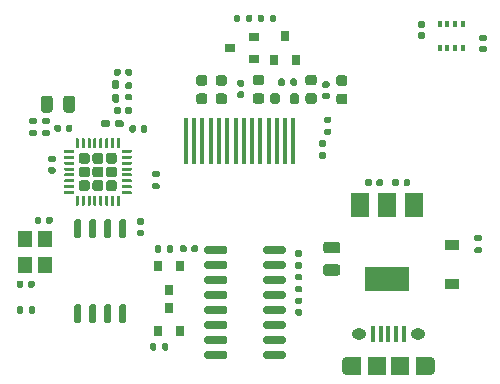
<source format=gbr>
%TF.GenerationSoftware,KiCad,Pcbnew,(5.1.7-0-10_14)*%
%TF.CreationDate,2020-11-27T19:57:41+01:00*%
%TF.ProjectId,AtmoNode,41746d6f-4e6f-4646-952e-6b696361645f,rev?*%
%TF.SameCoordinates,Original*%
%TF.FileFunction,Paste,Bot*%
%TF.FilePolarity,Positive*%
%FSLAX46Y46*%
G04 Gerber Fmt 4.6, Leading zero omitted, Abs format (unit mm)*
G04 Created by KiCad (PCBNEW (5.1.7-0-10_14)) date 2020-11-27 19:57:41*
%MOMM*%
%LPD*%
G01*
G04 APERTURE LIST*
%ADD10R,0.350000X0.500000*%
%ADD11R,0.800000X0.900000*%
%ADD12R,0.350000X4.000000*%
%ADD13R,1.200000X1.400000*%
%ADD14R,0.900000X0.800000*%
%ADD15R,1.500000X2.000000*%
%ADD16R,3.800000X2.000000*%
%ADD17O,1.250000X0.950000*%
%ADD18R,1.200000X1.550000*%
%ADD19O,0.890000X1.550000*%
%ADD20R,1.500000X1.550000*%
%ADD21R,0.400000X1.350000*%
%ADD22R,1.200000X0.900000*%
G04 APERTURE END LIST*
%TO.C,R12*%
G36*
G01*
X134250000Y-102775000D02*
X134250000Y-102225000D01*
G75*
G02*
X134450000Y-102025000I200000J0D01*
G01*
X134850000Y-102025000D01*
G75*
G02*
X135050000Y-102225000I0J-200000D01*
G01*
X135050000Y-102775000D01*
G75*
G02*
X134850000Y-102975000I-200000J0D01*
G01*
X134450000Y-102975000D01*
G75*
G02*
X134250000Y-102775000I0J200000D01*
G01*
G37*
G36*
G01*
X132600000Y-102775000D02*
X132600000Y-102225000D01*
G75*
G02*
X132800000Y-102025000I200000J0D01*
G01*
X133200000Y-102025000D01*
G75*
G02*
X133400000Y-102225000I0J-200000D01*
G01*
X133400000Y-102775000D01*
G75*
G02*
X133200000Y-102975000I-200000J0D01*
G01*
X132800000Y-102975000D01*
G75*
G02*
X132600000Y-102775000I0J200000D01*
G01*
G37*
%TD*%
%TO.C,C4*%
G36*
G01*
X137325000Y-116500000D02*
X138275000Y-116500000D01*
G75*
G02*
X138525000Y-116750000I0J-250000D01*
G01*
X138525000Y-117250000D01*
G75*
G02*
X138275000Y-117500000I-250000J0D01*
G01*
X137325000Y-117500000D01*
G75*
G02*
X137075000Y-117250000I0J250000D01*
G01*
X137075000Y-116750000D01*
G75*
G02*
X137325000Y-116500000I250000J0D01*
G01*
G37*
G36*
G01*
X137325000Y-114600000D02*
X138275000Y-114600000D01*
G75*
G02*
X138525000Y-114850000I0J-250000D01*
G01*
X138525000Y-115350000D01*
G75*
G02*
X138275000Y-115600000I-250000J0D01*
G01*
X137325000Y-115600000D01*
G75*
G02*
X137075000Y-115350000I0J250000D01*
G01*
X137075000Y-114850000D01*
G75*
G02*
X137325000Y-114600000I250000J0D01*
G01*
G37*
%TD*%
%TO.C,C14*%
G36*
G01*
X114175000Y-102475000D02*
X114175000Y-103425000D01*
G75*
G02*
X113925000Y-103675000I-250000J0D01*
G01*
X113425000Y-103675000D01*
G75*
G02*
X113175000Y-103425000I0J250000D01*
G01*
X113175000Y-102475000D01*
G75*
G02*
X113425000Y-102225000I250000J0D01*
G01*
X113925000Y-102225000D01*
G75*
G02*
X114175000Y-102475000I0J-250000D01*
G01*
G37*
G36*
G01*
X116075000Y-102475000D02*
X116075000Y-103425000D01*
G75*
G02*
X115825000Y-103675000I-250000J0D01*
G01*
X115325000Y-103675000D01*
G75*
G02*
X115075000Y-103425000I0J250000D01*
G01*
X115075000Y-102475000D01*
G75*
G02*
X115325000Y-102225000I250000J0D01*
G01*
X115825000Y-102225000D01*
G75*
G02*
X116075000Y-102475000I0J-250000D01*
G01*
G37*
%TD*%
%TO.C,L1*%
G36*
G01*
X119340000Y-102062500D02*
X119660000Y-102062500D01*
G75*
G02*
X119820000Y-102222500I0J-160000D01*
G01*
X119820000Y-102667500D01*
G75*
G02*
X119660000Y-102827500I-160000J0D01*
G01*
X119340000Y-102827500D01*
G75*
G02*
X119180000Y-102667500I0J160000D01*
G01*
X119180000Y-102222500D01*
G75*
G02*
X119340000Y-102062500I160000J0D01*
G01*
G37*
G36*
G01*
X119340000Y-100917500D02*
X119660000Y-100917500D01*
G75*
G02*
X119820000Y-101077500I0J-160000D01*
G01*
X119820000Y-101522500D01*
G75*
G02*
X119660000Y-101682500I-160000J0D01*
G01*
X119340000Y-101682500D01*
G75*
G02*
X119180000Y-101522500I0J160000D01*
G01*
X119180000Y-101077500D01*
G75*
G02*
X119340000Y-100917500I160000J0D01*
G01*
G37*
%TD*%
D10*
%TO.C,U5*%
X148875000Y-96175000D03*
X148225000Y-96175000D03*
X147575000Y-96175000D03*
X146925000Y-96175000D03*
X146925000Y-98225000D03*
X147575000Y-98225000D03*
X148225000Y-98225000D03*
X148875000Y-98225000D03*
%TD*%
%TO.C,R11*%
G36*
G01*
X137265000Y-105040000D02*
X137635000Y-105040000D01*
G75*
G02*
X137770000Y-105175000I0J-135000D01*
G01*
X137770000Y-105445000D01*
G75*
G02*
X137635000Y-105580000I-135000J0D01*
G01*
X137265000Y-105580000D01*
G75*
G02*
X137130000Y-105445000I0J135000D01*
G01*
X137130000Y-105175000D01*
G75*
G02*
X137265000Y-105040000I135000J0D01*
G01*
G37*
G36*
G01*
X137265000Y-104020000D02*
X137635000Y-104020000D01*
G75*
G02*
X137770000Y-104155000I0J-135000D01*
G01*
X137770000Y-104425000D01*
G75*
G02*
X137635000Y-104560000I-135000J0D01*
G01*
X137265000Y-104560000D01*
G75*
G02*
X137130000Y-104425000I0J135000D01*
G01*
X137130000Y-104155000D01*
G75*
G02*
X137265000Y-104020000I135000J0D01*
G01*
G37*
%TD*%
%TO.C,R10*%
G36*
G01*
X137185000Y-106560000D02*
X136815000Y-106560000D01*
G75*
G02*
X136680000Y-106425000I0J135000D01*
G01*
X136680000Y-106155000D01*
G75*
G02*
X136815000Y-106020000I135000J0D01*
G01*
X137185000Y-106020000D01*
G75*
G02*
X137320000Y-106155000I0J-135000D01*
G01*
X137320000Y-106425000D01*
G75*
G02*
X137185000Y-106560000I-135000J0D01*
G01*
G37*
G36*
G01*
X137185000Y-107580000D02*
X136815000Y-107580000D01*
G75*
G02*
X136680000Y-107445000I0J135000D01*
G01*
X136680000Y-107175000D01*
G75*
G02*
X136815000Y-107040000I135000J0D01*
G01*
X137185000Y-107040000D01*
G75*
G02*
X137320000Y-107175000I0J-135000D01*
G01*
X137320000Y-107445000D01*
G75*
G02*
X137185000Y-107580000I-135000J0D01*
G01*
G37*
%TD*%
%TO.C,C24*%
G36*
G01*
X150430000Y-98020000D02*
X150770000Y-98020000D01*
G75*
G02*
X150910000Y-98160000I0J-140000D01*
G01*
X150910000Y-98440000D01*
G75*
G02*
X150770000Y-98580000I-140000J0D01*
G01*
X150430000Y-98580000D01*
G75*
G02*
X150290000Y-98440000I0J140000D01*
G01*
X150290000Y-98160000D01*
G75*
G02*
X150430000Y-98020000I140000J0D01*
G01*
G37*
G36*
G01*
X150430000Y-97060000D02*
X150770000Y-97060000D01*
G75*
G02*
X150910000Y-97200000I0J-140000D01*
G01*
X150910000Y-97480000D01*
G75*
G02*
X150770000Y-97620000I-140000J0D01*
G01*
X150430000Y-97620000D01*
G75*
G02*
X150290000Y-97480000I0J140000D01*
G01*
X150290000Y-97200000D01*
G75*
G02*
X150430000Y-97060000I140000J0D01*
G01*
G37*
%TD*%
%TO.C,C20*%
G36*
G01*
X126550000Y-102050000D02*
X127050000Y-102050000D01*
G75*
G02*
X127275000Y-102275000I0J-225000D01*
G01*
X127275000Y-102725000D01*
G75*
G02*
X127050000Y-102950000I-225000J0D01*
G01*
X126550000Y-102950000D01*
G75*
G02*
X126325000Y-102725000I0J225000D01*
G01*
X126325000Y-102275000D01*
G75*
G02*
X126550000Y-102050000I225000J0D01*
G01*
G37*
G36*
G01*
X126550000Y-100500000D02*
X127050000Y-100500000D01*
G75*
G02*
X127275000Y-100725000I0J-225000D01*
G01*
X127275000Y-101175000D01*
G75*
G02*
X127050000Y-101400000I-225000J0D01*
G01*
X126550000Y-101400000D01*
G75*
G02*
X126325000Y-101175000I0J225000D01*
G01*
X126325000Y-100725000D01*
G75*
G02*
X126550000Y-100500000I225000J0D01*
G01*
G37*
%TD*%
%TO.C,L2*%
G36*
G01*
X119037500Y-104440000D02*
X119037500Y-104760000D01*
G75*
G02*
X118877500Y-104920000I-160000J0D01*
G01*
X118432500Y-104920000D01*
G75*
G02*
X118272500Y-104760000I0J160000D01*
G01*
X118272500Y-104440000D01*
G75*
G02*
X118432500Y-104280000I160000J0D01*
G01*
X118877500Y-104280000D01*
G75*
G02*
X119037500Y-104440000I0J-160000D01*
G01*
G37*
G36*
G01*
X120182500Y-104440000D02*
X120182500Y-104760000D01*
G75*
G02*
X120022500Y-104920000I-160000J0D01*
G01*
X119577500Y-104920000D01*
G75*
G02*
X119417500Y-104760000I0J160000D01*
G01*
X119417500Y-104440000D01*
G75*
G02*
X119577500Y-104280000I160000J0D01*
G01*
X120022500Y-104280000D01*
G75*
G02*
X120182500Y-104440000I0J-160000D01*
G01*
G37*
%TD*%
D11*
%TO.C,Q2*%
X124000000Y-120200000D03*
X123050000Y-122200000D03*
X124950000Y-122200000D03*
%TD*%
%TO.C,C15*%
G36*
G01*
X121430000Y-113580000D02*
X121770000Y-113580000D01*
G75*
G02*
X121910000Y-113720000I0J-140000D01*
G01*
X121910000Y-114000000D01*
G75*
G02*
X121770000Y-114140000I-140000J0D01*
G01*
X121430000Y-114140000D01*
G75*
G02*
X121290000Y-114000000I0J140000D01*
G01*
X121290000Y-113720000D01*
G75*
G02*
X121430000Y-113580000I140000J0D01*
G01*
G37*
G36*
G01*
X121430000Y-112620000D02*
X121770000Y-112620000D01*
G75*
G02*
X121910000Y-112760000I0J-140000D01*
G01*
X121910000Y-113040000D01*
G75*
G02*
X121770000Y-113180000I-140000J0D01*
G01*
X121430000Y-113180000D01*
G75*
G02*
X121290000Y-113040000I0J140000D01*
G01*
X121290000Y-112760000D01*
G75*
G02*
X121430000Y-112620000I140000J0D01*
G01*
G37*
%TD*%
%TO.C,R14*%
G36*
G01*
X132070000Y-95515000D02*
X132070000Y-95885000D01*
G75*
G02*
X131935000Y-96020000I-135000J0D01*
G01*
X131665000Y-96020000D01*
G75*
G02*
X131530000Y-95885000I0J135000D01*
G01*
X131530000Y-95515000D01*
G75*
G02*
X131665000Y-95380000I135000J0D01*
G01*
X131935000Y-95380000D01*
G75*
G02*
X132070000Y-95515000I0J-135000D01*
G01*
G37*
G36*
G01*
X133090000Y-95515000D02*
X133090000Y-95885000D01*
G75*
G02*
X132955000Y-96020000I-135000J0D01*
G01*
X132685000Y-96020000D01*
G75*
G02*
X132550000Y-95885000I0J135000D01*
G01*
X132550000Y-95515000D01*
G75*
G02*
X132685000Y-95380000I135000J0D01*
G01*
X132955000Y-95380000D01*
G75*
G02*
X133090000Y-95515000I0J-135000D01*
G01*
G37*
%TD*%
D12*
%TO.C,J2*%
X134550000Y-106100000D03*
X133850000Y-106100000D03*
X133150000Y-106100000D03*
X132450000Y-106100000D03*
X131750000Y-106100000D03*
X131050000Y-106100000D03*
X130350000Y-106100000D03*
X129650000Y-106100000D03*
X128950000Y-106100000D03*
X128250000Y-106100000D03*
X127550000Y-106100000D03*
X126850000Y-106100000D03*
X126150000Y-106100000D03*
X125450000Y-106100000D03*
%TD*%
%TO.C,R3*%
G36*
G01*
X123970000Y-123315000D02*
X123970000Y-123685000D01*
G75*
G02*
X123835000Y-123820000I-135000J0D01*
G01*
X123565000Y-123820000D01*
G75*
G02*
X123430000Y-123685000I0J135000D01*
G01*
X123430000Y-123315000D01*
G75*
G02*
X123565000Y-123180000I135000J0D01*
G01*
X123835000Y-123180000D01*
G75*
G02*
X123970000Y-123315000I0J-135000D01*
G01*
G37*
G36*
G01*
X122950000Y-123315000D02*
X122950000Y-123685000D01*
G75*
G02*
X122815000Y-123820000I-135000J0D01*
G01*
X122545000Y-123820000D01*
G75*
G02*
X122410000Y-123685000I0J135000D01*
G01*
X122410000Y-123315000D01*
G75*
G02*
X122545000Y-123180000I135000J0D01*
G01*
X122815000Y-123180000D01*
G75*
G02*
X122950000Y-123315000I0J-135000D01*
G01*
G37*
%TD*%
D11*
%TO.C,Q1*%
X124000000Y-118700000D03*
X124950000Y-116700000D03*
X123050000Y-116700000D03*
%TD*%
%TO.C,U2*%
G36*
G01*
X128960000Y-115155000D02*
X128960000Y-115455000D01*
G75*
G02*
X128810000Y-115605000I-150000J0D01*
G01*
X127160000Y-115605000D01*
G75*
G02*
X127010000Y-115455000I0J150000D01*
G01*
X127010000Y-115155000D01*
G75*
G02*
X127160000Y-115005000I150000J0D01*
G01*
X128810000Y-115005000D01*
G75*
G02*
X128960000Y-115155000I0J-150000D01*
G01*
G37*
G36*
G01*
X128960000Y-116425000D02*
X128960000Y-116725000D01*
G75*
G02*
X128810000Y-116875000I-150000J0D01*
G01*
X127160000Y-116875000D01*
G75*
G02*
X127010000Y-116725000I0J150000D01*
G01*
X127010000Y-116425000D01*
G75*
G02*
X127160000Y-116275000I150000J0D01*
G01*
X128810000Y-116275000D01*
G75*
G02*
X128960000Y-116425000I0J-150000D01*
G01*
G37*
G36*
G01*
X128960000Y-117695000D02*
X128960000Y-117995000D01*
G75*
G02*
X128810000Y-118145000I-150000J0D01*
G01*
X127160000Y-118145000D01*
G75*
G02*
X127010000Y-117995000I0J150000D01*
G01*
X127010000Y-117695000D01*
G75*
G02*
X127160000Y-117545000I150000J0D01*
G01*
X128810000Y-117545000D01*
G75*
G02*
X128960000Y-117695000I0J-150000D01*
G01*
G37*
G36*
G01*
X128960000Y-118965000D02*
X128960000Y-119265000D01*
G75*
G02*
X128810000Y-119415000I-150000J0D01*
G01*
X127160000Y-119415000D01*
G75*
G02*
X127010000Y-119265000I0J150000D01*
G01*
X127010000Y-118965000D01*
G75*
G02*
X127160000Y-118815000I150000J0D01*
G01*
X128810000Y-118815000D01*
G75*
G02*
X128960000Y-118965000I0J-150000D01*
G01*
G37*
G36*
G01*
X128960000Y-120235000D02*
X128960000Y-120535000D01*
G75*
G02*
X128810000Y-120685000I-150000J0D01*
G01*
X127160000Y-120685000D01*
G75*
G02*
X127010000Y-120535000I0J150000D01*
G01*
X127010000Y-120235000D01*
G75*
G02*
X127160000Y-120085000I150000J0D01*
G01*
X128810000Y-120085000D01*
G75*
G02*
X128960000Y-120235000I0J-150000D01*
G01*
G37*
G36*
G01*
X128960000Y-121505000D02*
X128960000Y-121805000D01*
G75*
G02*
X128810000Y-121955000I-150000J0D01*
G01*
X127160000Y-121955000D01*
G75*
G02*
X127010000Y-121805000I0J150000D01*
G01*
X127010000Y-121505000D01*
G75*
G02*
X127160000Y-121355000I150000J0D01*
G01*
X128810000Y-121355000D01*
G75*
G02*
X128960000Y-121505000I0J-150000D01*
G01*
G37*
G36*
G01*
X128960000Y-122775000D02*
X128960000Y-123075000D01*
G75*
G02*
X128810000Y-123225000I-150000J0D01*
G01*
X127160000Y-123225000D01*
G75*
G02*
X127010000Y-123075000I0J150000D01*
G01*
X127010000Y-122775000D01*
G75*
G02*
X127160000Y-122625000I150000J0D01*
G01*
X128810000Y-122625000D01*
G75*
G02*
X128960000Y-122775000I0J-150000D01*
G01*
G37*
G36*
G01*
X128960000Y-124045000D02*
X128960000Y-124345000D01*
G75*
G02*
X128810000Y-124495000I-150000J0D01*
G01*
X127160000Y-124495000D01*
G75*
G02*
X127010000Y-124345000I0J150000D01*
G01*
X127010000Y-124045000D01*
G75*
G02*
X127160000Y-123895000I150000J0D01*
G01*
X128810000Y-123895000D01*
G75*
G02*
X128960000Y-124045000I0J-150000D01*
G01*
G37*
G36*
G01*
X133910000Y-124045000D02*
X133910000Y-124345000D01*
G75*
G02*
X133760000Y-124495000I-150000J0D01*
G01*
X132110000Y-124495000D01*
G75*
G02*
X131960000Y-124345000I0J150000D01*
G01*
X131960000Y-124045000D01*
G75*
G02*
X132110000Y-123895000I150000J0D01*
G01*
X133760000Y-123895000D01*
G75*
G02*
X133910000Y-124045000I0J-150000D01*
G01*
G37*
G36*
G01*
X133910000Y-122775000D02*
X133910000Y-123075000D01*
G75*
G02*
X133760000Y-123225000I-150000J0D01*
G01*
X132110000Y-123225000D01*
G75*
G02*
X131960000Y-123075000I0J150000D01*
G01*
X131960000Y-122775000D01*
G75*
G02*
X132110000Y-122625000I150000J0D01*
G01*
X133760000Y-122625000D01*
G75*
G02*
X133910000Y-122775000I0J-150000D01*
G01*
G37*
G36*
G01*
X133910000Y-121505000D02*
X133910000Y-121805000D01*
G75*
G02*
X133760000Y-121955000I-150000J0D01*
G01*
X132110000Y-121955000D01*
G75*
G02*
X131960000Y-121805000I0J150000D01*
G01*
X131960000Y-121505000D01*
G75*
G02*
X132110000Y-121355000I150000J0D01*
G01*
X133760000Y-121355000D01*
G75*
G02*
X133910000Y-121505000I0J-150000D01*
G01*
G37*
G36*
G01*
X133910000Y-120235000D02*
X133910000Y-120535000D01*
G75*
G02*
X133760000Y-120685000I-150000J0D01*
G01*
X132110000Y-120685000D01*
G75*
G02*
X131960000Y-120535000I0J150000D01*
G01*
X131960000Y-120235000D01*
G75*
G02*
X132110000Y-120085000I150000J0D01*
G01*
X133760000Y-120085000D01*
G75*
G02*
X133910000Y-120235000I0J-150000D01*
G01*
G37*
G36*
G01*
X133910000Y-118965000D02*
X133910000Y-119265000D01*
G75*
G02*
X133760000Y-119415000I-150000J0D01*
G01*
X132110000Y-119415000D01*
G75*
G02*
X131960000Y-119265000I0J150000D01*
G01*
X131960000Y-118965000D01*
G75*
G02*
X132110000Y-118815000I150000J0D01*
G01*
X133760000Y-118815000D01*
G75*
G02*
X133910000Y-118965000I0J-150000D01*
G01*
G37*
G36*
G01*
X133910000Y-117695000D02*
X133910000Y-117995000D01*
G75*
G02*
X133760000Y-118145000I-150000J0D01*
G01*
X132110000Y-118145000D01*
G75*
G02*
X131960000Y-117995000I0J150000D01*
G01*
X131960000Y-117695000D01*
G75*
G02*
X132110000Y-117545000I150000J0D01*
G01*
X133760000Y-117545000D01*
G75*
G02*
X133910000Y-117695000I0J-150000D01*
G01*
G37*
G36*
G01*
X133910000Y-116425000D02*
X133910000Y-116725000D01*
G75*
G02*
X133760000Y-116875000I-150000J0D01*
G01*
X132110000Y-116875000D01*
G75*
G02*
X131960000Y-116725000I0J150000D01*
G01*
X131960000Y-116425000D01*
G75*
G02*
X132110000Y-116275000I150000J0D01*
G01*
X133760000Y-116275000D01*
G75*
G02*
X133910000Y-116425000I0J-150000D01*
G01*
G37*
G36*
G01*
X133910000Y-115155000D02*
X133910000Y-115455000D01*
G75*
G02*
X133760000Y-115605000I-150000J0D01*
G01*
X132110000Y-115605000D01*
G75*
G02*
X131960000Y-115455000I0J150000D01*
G01*
X131960000Y-115155000D01*
G75*
G02*
X132110000Y-115005000I150000J0D01*
G01*
X133760000Y-115005000D01*
G75*
G02*
X133910000Y-115155000I0J-150000D01*
G01*
G37*
%TD*%
%TO.C,R9*%
G36*
G01*
X123085000Y-109150000D02*
X122715000Y-109150000D01*
G75*
G02*
X122580000Y-109015000I0J135000D01*
G01*
X122580000Y-108745000D01*
G75*
G02*
X122715000Y-108610000I135000J0D01*
G01*
X123085000Y-108610000D01*
G75*
G02*
X123220000Y-108745000I0J-135000D01*
G01*
X123220000Y-109015000D01*
G75*
G02*
X123085000Y-109150000I-135000J0D01*
G01*
G37*
G36*
G01*
X123085000Y-110170000D02*
X122715000Y-110170000D01*
G75*
G02*
X122580000Y-110035000I0J135000D01*
G01*
X122580000Y-109765000D01*
G75*
G02*
X122715000Y-109630000I135000J0D01*
G01*
X123085000Y-109630000D01*
G75*
G02*
X123220000Y-109765000I0J-135000D01*
G01*
X123220000Y-110035000D01*
G75*
G02*
X123085000Y-110170000I-135000J0D01*
G01*
G37*
%TD*%
%TO.C,C19*%
G36*
G01*
X138400000Y-100512500D02*
X138900000Y-100512500D01*
G75*
G02*
X139125000Y-100737500I0J-225000D01*
G01*
X139125000Y-101187500D01*
G75*
G02*
X138900000Y-101412500I-225000J0D01*
G01*
X138400000Y-101412500D01*
G75*
G02*
X138175000Y-101187500I0J225000D01*
G01*
X138175000Y-100737500D01*
G75*
G02*
X138400000Y-100512500I225000J0D01*
G01*
G37*
G36*
G01*
X138400000Y-102062500D02*
X138900000Y-102062500D01*
G75*
G02*
X139125000Y-102287500I0J-225000D01*
G01*
X139125000Y-102737500D01*
G75*
G02*
X138900000Y-102962500I-225000J0D01*
G01*
X138400000Y-102962500D01*
G75*
G02*
X138175000Y-102737500I0J225000D01*
G01*
X138175000Y-102287500D01*
G75*
G02*
X138400000Y-102062500I225000J0D01*
G01*
G37*
%TD*%
%TO.C,C17*%
G36*
G01*
X135800000Y-100475000D02*
X136300000Y-100475000D01*
G75*
G02*
X136525000Y-100700000I0J-225000D01*
G01*
X136525000Y-101150000D01*
G75*
G02*
X136300000Y-101375000I-225000J0D01*
G01*
X135800000Y-101375000D01*
G75*
G02*
X135575000Y-101150000I0J225000D01*
G01*
X135575000Y-100700000D01*
G75*
G02*
X135800000Y-100475000I225000J0D01*
G01*
G37*
G36*
G01*
X135800000Y-102025000D02*
X136300000Y-102025000D01*
G75*
G02*
X136525000Y-102250000I0J-225000D01*
G01*
X136525000Y-102700000D01*
G75*
G02*
X136300000Y-102925000I-225000J0D01*
G01*
X135800000Y-102925000D01*
G75*
G02*
X135575000Y-102700000I0J225000D01*
G01*
X135575000Y-102250000D01*
G75*
G02*
X135800000Y-102025000I225000J0D01*
G01*
G37*
%TD*%
%TO.C,R15*%
G36*
G01*
X130530000Y-95885000D02*
X130530000Y-95515000D01*
G75*
G02*
X130665000Y-95380000I135000J0D01*
G01*
X130935000Y-95380000D01*
G75*
G02*
X131070000Y-95515000I0J-135000D01*
G01*
X131070000Y-95885000D01*
G75*
G02*
X130935000Y-96020000I-135000J0D01*
G01*
X130665000Y-96020000D01*
G75*
G02*
X130530000Y-95885000I0J135000D01*
G01*
G37*
G36*
G01*
X129510000Y-95885000D02*
X129510000Y-95515000D01*
G75*
G02*
X129645000Y-95380000I135000J0D01*
G01*
X129915000Y-95380000D01*
G75*
G02*
X130050000Y-95515000I0J-135000D01*
G01*
X130050000Y-95885000D01*
G75*
G02*
X129915000Y-96020000I-135000J0D01*
G01*
X129645000Y-96020000D01*
G75*
G02*
X129510000Y-95885000I0J135000D01*
G01*
G37*
%TD*%
%TO.C,R13*%
G36*
G01*
X133820000Y-100915000D02*
X133820000Y-101285000D01*
G75*
G02*
X133685000Y-101420000I-135000J0D01*
G01*
X133415000Y-101420000D01*
G75*
G02*
X133280000Y-101285000I0J135000D01*
G01*
X133280000Y-100915000D01*
G75*
G02*
X133415000Y-100780000I135000J0D01*
G01*
X133685000Y-100780000D01*
G75*
G02*
X133820000Y-100915000I0J-135000D01*
G01*
G37*
G36*
G01*
X134840000Y-100915000D02*
X134840000Y-101285000D01*
G75*
G02*
X134705000Y-101420000I-135000J0D01*
G01*
X134435000Y-101420000D01*
G75*
G02*
X134300000Y-101285000I0J135000D01*
G01*
X134300000Y-100915000D01*
G75*
G02*
X134435000Y-100780000I135000J0D01*
G01*
X134705000Y-100780000D01*
G75*
G02*
X134840000Y-100915000I0J-135000D01*
G01*
G37*
%TD*%
%TO.C,R8*%
G36*
G01*
X111670000Y-120215000D02*
X111670000Y-120585000D01*
G75*
G02*
X111535000Y-120720000I-135000J0D01*
G01*
X111265000Y-120720000D01*
G75*
G02*
X111130000Y-120585000I0J135000D01*
G01*
X111130000Y-120215000D01*
G75*
G02*
X111265000Y-120080000I135000J0D01*
G01*
X111535000Y-120080000D01*
G75*
G02*
X111670000Y-120215000I0J-135000D01*
G01*
G37*
G36*
G01*
X112690000Y-120215000D02*
X112690000Y-120585000D01*
G75*
G02*
X112555000Y-120720000I-135000J0D01*
G01*
X112285000Y-120720000D01*
G75*
G02*
X112150000Y-120585000I0J135000D01*
G01*
X112150000Y-120215000D01*
G75*
G02*
X112285000Y-120080000I135000J0D01*
G01*
X112555000Y-120080000D01*
G75*
G02*
X112690000Y-120215000I0J-135000D01*
G01*
G37*
%TD*%
%TO.C,R7*%
G36*
G01*
X150015000Y-115050000D02*
X150385000Y-115050000D01*
G75*
G02*
X150520000Y-115185000I0J-135000D01*
G01*
X150520000Y-115455000D01*
G75*
G02*
X150385000Y-115590000I-135000J0D01*
G01*
X150015000Y-115590000D01*
G75*
G02*
X149880000Y-115455000I0J135000D01*
G01*
X149880000Y-115185000D01*
G75*
G02*
X150015000Y-115050000I135000J0D01*
G01*
G37*
G36*
G01*
X150015000Y-114030000D02*
X150385000Y-114030000D01*
G75*
G02*
X150520000Y-114165000I0J-135000D01*
G01*
X150520000Y-114435000D01*
G75*
G02*
X150385000Y-114570000I-135000J0D01*
G01*
X150015000Y-114570000D01*
G75*
G02*
X149880000Y-114435000I0J135000D01*
G01*
X149880000Y-114165000D01*
G75*
G02*
X150015000Y-114030000I135000J0D01*
G01*
G37*
%TD*%
%TO.C,R6*%
G36*
G01*
X112685000Y-104670000D02*
X112315000Y-104670000D01*
G75*
G02*
X112180000Y-104535000I0J135000D01*
G01*
X112180000Y-104265000D01*
G75*
G02*
X112315000Y-104130000I135000J0D01*
G01*
X112685000Y-104130000D01*
G75*
G02*
X112820000Y-104265000I0J-135000D01*
G01*
X112820000Y-104535000D01*
G75*
G02*
X112685000Y-104670000I-135000J0D01*
G01*
G37*
G36*
G01*
X112685000Y-105690000D02*
X112315000Y-105690000D01*
G75*
G02*
X112180000Y-105555000I0J135000D01*
G01*
X112180000Y-105285000D01*
G75*
G02*
X112315000Y-105150000I135000J0D01*
G01*
X112685000Y-105150000D01*
G75*
G02*
X112820000Y-105285000I0J-135000D01*
G01*
X112820000Y-105555000D01*
G75*
G02*
X112685000Y-105690000I-135000J0D01*
G01*
G37*
%TD*%
%TO.C,R5*%
G36*
G01*
X113785000Y-104650000D02*
X113415000Y-104650000D01*
G75*
G02*
X113280000Y-104515000I0J135000D01*
G01*
X113280000Y-104245000D01*
G75*
G02*
X113415000Y-104110000I135000J0D01*
G01*
X113785000Y-104110000D01*
G75*
G02*
X113920000Y-104245000I0J-135000D01*
G01*
X113920000Y-104515000D01*
G75*
G02*
X113785000Y-104650000I-135000J0D01*
G01*
G37*
G36*
G01*
X113785000Y-105670000D02*
X113415000Y-105670000D01*
G75*
G02*
X113280000Y-105535000I0J135000D01*
G01*
X113280000Y-105265000D01*
G75*
G02*
X113415000Y-105130000I135000J0D01*
G01*
X113785000Y-105130000D01*
G75*
G02*
X113920000Y-105265000I0J-135000D01*
G01*
X113920000Y-105535000D01*
G75*
G02*
X113785000Y-105670000I-135000J0D01*
G01*
G37*
%TD*%
%TO.C,R4*%
G36*
G01*
X123830000Y-115385000D02*
X123830000Y-115015000D01*
G75*
G02*
X123965000Y-114880000I135000J0D01*
G01*
X124235000Y-114880000D01*
G75*
G02*
X124370000Y-115015000I0J-135000D01*
G01*
X124370000Y-115385000D01*
G75*
G02*
X124235000Y-115520000I-135000J0D01*
G01*
X123965000Y-115520000D01*
G75*
G02*
X123830000Y-115385000I0J135000D01*
G01*
G37*
G36*
G01*
X122810000Y-115385000D02*
X122810000Y-115015000D01*
G75*
G02*
X122945000Y-114880000I135000J0D01*
G01*
X123215000Y-114880000D01*
G75*
G02*
X123350000Y-115015000I0J-135000D01*
G01*
X123350000Y-115385000D01*
G75*
G02*
X123215000Y-115520000I-135000J0D01*
G01*
X122945000Y-115520000D01*
G75*
G02*
X122810000Y-115385000I0J135000D01*
G01*
G37*
%TD*%
%TO.C,R2*%
G36*
G01*
X135185000Y-117870000D02*
X134815000Y-117870000D01*
G75*
G02*
X134680000Y-117735000I0J135000D01*
G01*
X134680000Y-117465000D01*
G75*
G02*
X134815000Y-117330000I135000J0D01*
G01*
X135185000Y-117330000D01*
G75*
G02*
X135320000Y-117465000I0J-135000D01*
G01*
X135320000Y-117735000D01*
G75*
G02*
X135185000Y-117870000I-135000J0D01*
G01*
G37*
G36*
G01*
X135185000Y-118890000D02*
X134815000Y-118890000D01*
G75*
G02*
X134680000Y-118755000I0J135000D01*
G01*
X134680000Y-118485000D01*
G75*
G02*
X134815000Y-118350000I135000J0D01*
G01*
X135185000Y-118350000D01*
G75*
G02*
X135320000Y-118485000I0J-135000D01*
G01*
X135320000Y-118755000D01*
G75*
G02*
X135185000Y-118890000I-135000J0D01*
G01*
G37*
%TD*%
%TO.C,R1*%
G36*
G01*
X134815000Y-116340000D02*
X135185000Y-116340000D01*
G75*
G02*
X135320000Y-116475000I0J-135000D01*
G01*
X135320000Y-116745000D01*
G75*
G02*
X135185000Y-116880000I-135000J0D01*
G01*
X134815000Y-116880000D01*
G75*
G02*
X134680000Y-116745000I0J135000D01*
G01*
X134680000Y-116475000D01*
G75*
G02*
X134815000Y-116340000I135000J0D01*
G01*
G37*
G36*
G01*
X134815000Y-115320000D02*
X135185000Y-115320000D01*
G75*
G02*
X135320000Y-115455000I0J-135000D01*
G01*
X135320000Y-115725000D01*
G75*
G02*
X135185000Y-115860000I-135000J0D01*
G01*
X134815000Y-115860000D01*
G75*
G02*
X134680000Y-115725000I0J135000D01*
G01*
X134680000Y-115455000D01*
G75*
G02*
X134815000Y-115320000I135000J0D01*
G01*
G37*
%TD*%
%TO.C,C22*%
G36*
G01*
X129930000Y-101880000D02*
X130270000Y-101880000D01*
G75*
G02*
X130410000Y-102020000I0J-140000D01*
G01*
X130410000Y-102300000D01*
G75*
G02*
X130270000Y-102440000I-140000J0D01*
G01*
X129930000Y-102440000D01*
G75*
G02*
X129790000Y-102300000I0J140000D01*
G01*
X129790000Y-102020000D01*
G75*
G02*
X129930000Y-101880000I140000J0D01*
G01*
G37*
G36*
G01*
X129930000Y-100920000D02*
X130270000Y-100920000D01*
G75*
G02*
X130410000Y-101060000I0J-140000D01*
G01*
X130410000Y-101340000D01*
G75*
G02*
X130270000Y-101480000I-140000J0D01*
G01*
X129930000Y-101480000D01*
G75*
G02*
X129790000Y-101340000I0J140000D01*
G01*
X129790000Y-101060000D01*
G75*
G02*
X129930000Y-100920000I140000J0D01*
G01*
G37*
%TD*%
%TO.C,C18*%
G36*
G01*
X137130000Y-101980000D02*
X137470000Y-101980000D01*
G75*
G02*
X137610000Y-102120000I0J-140000D01*
G01*
X137610000Y-102400000D01*
G75*
G02*
X137470000Y-102540000I-140000J0D01*
G01*
X137130000Y-102540000D01*
G75*
G02*
X136990000Y-102400000I0J140000D01*
G01*
X136990000Y-102120000D01*
G75*
G02*
X137130000Y-101980000I140000J0D01*
G01*
G37*
G36*
G01*
X137130000Y-101020000D02*
X137470000Y-101020000D01*
G75*
G02*
X137610000Y-101160000I0J-140000D01*
G01*
X137610000Y-101440000D01*
G75*
G02*
X137470000Y-101580000I-140000J0D01*
G01*
X137130000Y-101580000D01*
G75*
G02*
X136990000Y-101440000I0J140000D01*
G01*
X136990000Y-101160000D01*
G75*
G02*
X137130000Y-101020000I140000J0D01*
G01*
G37*
%TD*%
%TO.C,C16*%
G36*
G01*
X145230000Y-96870000D02*
X145570000Y-96870000D01*
G75*
G02*
X145710000Y-97010000I0J-140000D01*
G01*
X145710000Y-97290000D01*
G75*
G02*
X145570000Y-97430000I-140000J0D01*
G01*
X145230000Y-97430000D01*
G75*
G02*
X145090000Y-97290000I0J140000D01*
G01*
X145090000Y-97010000D01*
G75*
G02*
X145230000Y-96870000I140000J0D01*
G01*
G37*
G36*
G01*
X145230000Y-95910000D02*
X145570000Y-95910000D01*
G75*
G02*
X145710000Y-96050000I0J-140000D01*
G01*
X145710000Y-96330000D01*
G75*
G02*
X145570000Y-96470000I-140000J0D01*
G01*
X145230000Y-96470000D01*
G75*
G02*
X145090000Y-96330000I0J140000D01*
G01*
X145090000Y-96050000D01*
G75*
G02*
X145230000Y-95910000I140000J0D01*
G01*
G37*
%TD*%
%TO.C,C13*%
G36*
G01*
X112080000Y-118370000D02*
X112080000Y-118030000D01*
G75*
G02*
X112220000Y-117890000I140000J0D01*
G01*
X112500000Y-117890000D01*
G75*
G02*
X112640000Y-118030000I0J-140000D01*
G01*
X112640000Y-118370000D01*
G75*
G02*
X112500000Y-118510000I-140000J0D01*
G01*
X112220000Y-118510000D01*
G75*
G02*
X112080000Y-118370000I0J140000D01*
G01*
G37*
G36*
G01*
X111120000Y-118370000D02*
X111120000Y-118030000D01*
G75*
G02*
X111260000Y-117890000I140000J0D01*
G01*
X111540000Y-117890000D01*
G75*
G02*
X111680000Y-118030000I0J-140000D01*
G01*
X111680000Y-118370000D01*
G75*
G02*
X111540000Y-118510000I-140000J0D01*
G01*
X111260000Y-118510000D01*
G75*
G02*
X111120000Y-118370000I0J140000D01*
G01*
G37*
%TD*%
%TO.C,C12*%
G36*
G01*
X114880000Y-104830000D02*
X114880000Y-105170000D01*
G75*
G02*
X114740000Y-105310000I-140000J0D01*
G01*
X114460000Y-105310000D01*
G75*
G02*
X114320000Y-105170000I0J140000D01*
G01*
X114320000Y-104830000D01*
G75*
G02*
X114460000Y-104690000I140000J0D01*
G01*
X114740000Y-104690000D01*
G75*
G02*
X114880000Y-104830000I0J-140000D01*
G01*
G37*
G36*
G01*
X115840000Y-104830000D02*
X115840000Y-105170000D01*
G75*
G02*
X115700000Y-105310000I-140000J0D01*
G01*
X115420000Y-105310000D01*
G75*
G02*
X115280000Y-105170000I0J140000D01*
G01*
X115280000Y-104830000D01*
G75*
G02*
X115420000Y-104690000I140000J0D01*
G01*
X115700000Y-104690000D01*
G75*
G02*
X115840000Y-104830000I0J-140000D01*
G01*
G37*
%TD*%
%TO.C,C11*%
G36*
G01*
X113200000Y-112630000D02*
X113200000Y-112970000D01*
G75*
G02*
X113060000Y-113110000I-140000J0D01*
G01*
X112780000Y-113110000D01*
G75*
G02*
X112640000Y-112970000I0J140000D01*
G01*
X112640000Y-112630000D01*
G75*
G02*
X112780000Y-112490000I140000J0D01*
G01*
X113060000Y-112490000D01*
G75*
G02*
X113200000Y-112630000I0J-140000D01*
G01*
G37*
G36*
G01*
X114160000Y-112630000D02*
X114160000Y-112970000D01*
G75*
G02*
X114020000Y-113110000I-140000J0D01*
G01*
X113740000Y-113110000D01*
G75*
G02*
X113600000Y-112970000I0J140000D01*
G01*
X113600000Y-112630000D01*
G75*
G02*
X113740000Y-112490000I140000J0D01*
G01*
X114020000Y-112490000D01*
G75*
G02*
X114160000Y-112630000I0J-140000D01*
G01*
G37*
%TD*%
%TO.C,C10*%
G36*
G01*
X114270000Y-107880000D02*
X113930000Y-107880000D01*
G75*
G02*
X113790000Y-107740000I0J140000D01*
G01*
X113790000Y-107460000D01*
G75*
G02*
X113930000Y-107320000I140000J0D01*
G01*
X114270000Y-107320000D01*
G75*
G02*
X114410000Y-107460000I0J-140000D01*
G01*
X114410000Y-107740000D01*
G75*
G02*
X114270000Y-107880000I-140000J0D01*
G01*
G37*
G36*
G01*
X114270000Y-108840000D02*
X113930000Y-108840000D01*
G75*
G02*
X113790000Y-108700000I0J140000D01*
G01*
X113790000Y-108420000D01*
G75*
G02*
X113930000Y-108280000I140000J0D01*
G01*
X114270000Y-108280000D01*
G75*
G02*
X114410000Y-108420000I0J-140000D01*
G01*
X114410000Y-108700000D01*
G75*
G02*
X114270000Y-108840000I-140000J0D01*
G01*
G37*
%TD*%
%TO.C,C9*%
G36*
G01*
X121620000Y-105220000D02*
X121620000Y-104880000D01*
G75*
G02*
X121760000Y-104740000I140000J0D01*
G01*
X122040000Y-104740000D01*
G75*
G02*
X122180000Y-104880000I0J-140000D01*
G01*
X122180000Y-105220000D01*
G75*
G02*
X122040000Y-105360000I-140000J0D01*
G01*
X121760000Y-105360000D01*
G75*
G02*
X121620000Y-105220000I0J140000D01*
G01*
G37*
G36*
G01*
X120660000Y-105220000D02*
X120660000Y-104880000D01*
G75*
G02*
X120800000Y-104740000I140000J0D01*
G01*
X121080000Y-104740000D01*
G75*
G02*
X121220000Y-104880000I0J-140000D01*
G01*
X121220000Y-105220000D01*
G75*
G02*
X121080000Y-105360000I-140000J0D01*
G01*
X120800000Y-105360000D01*
G75*
G02*
X120660000Y-105220000I0J140000D01*
G01*
G37*
%TD*%
%TO.C,C8*%
G36*
G01*
X120320000Y-103670000D02*
X120320000Y-103330000D01*
G75*
G02*
X120460000Y-103190000I140000J0D01*
G01*
X120740000Y-103190000D01*
G75*
G02*
X120880000Y-103330000I0J-140000D01*
G01*
X120880000Y-103670000D01*
G75*
G02*
X120740000Y-103810000I-140000J0D01*
G01*
X120460000Y-103810000D01*
G75*
G02*
X120320000Y-103670000I0J140000D01*
G01*
G37*
G36*
G01*
X119360000Y-103670000D02*
X119360000Y-103330000D01*
G75*
G02*
X119500000Y-103190000I140000J0D01*
G01*
X119780000Y-103190000D01*
G75*
G02*
X119920000Y-103330000I0J-140000D01*
G01*
X119920000Y-103670000D01*
G75*
G02*
X119780000Y-103810000I-140000J0D01*
G01*
X119500000Y-103810000D01*
G75*
G02*
X119360000Y-103670000I0J140000D01*
G01*
G37*
%TD*%
%TO.C,C7*%
G36*
G01*
X120430000Y-102080000D02*
X120770000Y-102080000D01*
G75*
G02*
X120910000Y-102220000I0J-140000D01*
G01*
X120910000Y-102500000D01*
G75*
G02*
X120770000Y-102640000I-140000J0D01*
G01*
X120430000Y-102640000D01*
G75*
G02*
X120290000Y-102500000I0J140000D01*
G01*
X120290000Y-102220000D01*
G75*
G02*
X120430000Y-102080000I140000J0D01*
G01*
G37*
G36*
G01*
X120430000Y-101120000D02*
X120770000Y-101120000D01*
G75*
G02*
X120910000Y-101260000I0J-140000D01*
G01*
X120910000Y-101540000D01*
G75*
G02*
X120770000Y-101680000I-140000J0D01*
G01*
X120430000Y-101680000D01*
G75*
G02*
X120290000Y-101540000I0J140000D01*
G01*
X120290000Y-101260000D01*
G75*
G02*
X120430000Y-101120000I140000J0D01*
G01*
G37*
%TD*%
%TO.C,C6*%
G36*
G01*
X120320000Y-100420000D02*
X120320000Y-100080000D01*
G75*
G02*
X120460000Y-99940000I140000J0D01*
G01*
X120740000Y-99940000D01*
G75*
G02*
X120880000Y-100080000I0J-140000D01*
G01*
X120880000Y-100420000D01*
G75*
G02*
X120740000Y-100560000I-140000J0D01*
G01*
X120460000Y-100560000D01*
G75*
G02*
X120320000Y-100420000I0J140000D01*
G01*
G37*
G36*
G01*
X119360000Y-100420000D02*
X119360000Y-100080000D01*
G75*
G02*
X119500000Y-99940000I140000J0D01*
G01*
X119780000Y-99940000D01*
G75*
G02*
X119920000Y-100080000I0J-140000D01*
G01*
X119920000Y-100420000D01*
G75*
G02*
X119780000Y-100560000I-140000J0D01*
G01*
X119500000Y-100560000D01*
G75*
G02*
X119360000Y-100420000I0J140000D01*
G01*
G37*
%TD*%
%TO.C,C5*%
G36*
G01*
X125520000Y-115030000D02*
X125520000Y-115370000D01*
G75*
G02*
X125380000Y-115510000I-140000J0D01*
G01*
X125100000Y-115510000D01*
G75*
G02*
X124960000Y-115370000I0J140000D01*
G01*
X124960000Y-115030000D01*
G75*
G02*
X125100000Y-114890000I140000J0D01*
G01*
X125380000Y-114890000D01*
G75*
G02*
X125520000Y-115030000I0J-140000D01*
G01*
G37*
G36*
G01*
X126480000Y-115030000D02*
X126480000Y-115370000D01*
G75*
G02*
X126340000Y-115510000I-140000J0D01*
G01*
X126060000Y-115510000D01*
G75*
G02*
X125920000Y-115370000I0J140000D01*
G01*
X125920000Y-115030000D01*
G75*
G02*
X126060000Y-114890000I140000J0D01*
G01*
X126340000Y-114890000D01*
G75*
G02*
X126480000Y-115030000I0J-140000D01*
G01*
G37*
%TD*%
%TO.C,C3*%
G36*
G01*
X134830000Y-120300000D02*
X135170000Y-120300000D01*
G75*
G02*
X135310000Y-120440000I0J-140000D01*
G01*
X135310000Y-120720000D01*
G75*
G02*
X135170000Y-120860000I-140000J0D01*
G01*
X134830000Y-120860000D01*
G75*
G02*
X134690000Y-120720000I0J140000D01*
G01*
X134690000Y-120440000D01*
G75*
G02*
X134830000Y-120300000I140000J0D01*
G01*
G37*
G36*
G01*
X134830000Y-119340000D02*
X135170000Y-119340000D01*
G75*
G02*
X135310000Y-119480000I0J-140000D01*
G01*
X135310000Y-119760000D01*
G75*
G02*
X135170000Y-119900000I-140000J0D01*
G01*
X134830000Y-119900000D01*
G75*
G02*
X134690000Y-119760000I0J140000D01*
G01*
X134690000Y-119480000D01*
G75*
G02*
X134830000Y-119340000I140000J0D01*
G01*
G37*
%TD*%
%TO.C,C2*%
G36*
G01*
X141180000Y-109430000D02*
X141180000Y-109770000D01*
G75*
G02*
X141040000Y-109910000I-140000J0D01*
G01*
X140760000Y-109910000D01*
G75*
G02*
X140620000Y-109770000I0J140000D01*
G01*
X140620000Y-109430000D01*
G75*
G02*
X140760000Y-109290000I140000J0D01*
G01*
X141040000Y-109290000D01*
G75*
G02*
X141180000Y-109430000I0J-140000D01*
G01*
G37*
G36*
G01*
X142140000Y-109430000D02*
X142140000Y-109770000D01*
G75*
G02*
X142000000Y-109910000I-140000J0D01*
G01*
X141720000Y-109910000D01*
G75*
G02*
X141580000Y-109770000I0J140000D01*
G01*
X141580000Y-109430000D01*
G75*
G02*
X141720000Y-109290000I140000J0D01*
G01*
X142000000Y-109290000D01*
G75*
G02*
X142140000Y-109430000I0J-140000D01*
G01*
G37*
%TD*%
%TO.C,C1*%
G36*
G01*
X143480000Y-109430000D02*
X143480000Y-109770000D01*
G75*
G02*
X143340000Y-109910000I-140000J0D01*
G01*
X143060000Y-109910000D01*
G75*
G02*
X142920000Y-109770000I0J140000D01*
G01*
X142920000Y-109430000D01*
G75*
G02*
X143060000Y-109290000I140000J0D01*
G01*
X143340000Y-109290000D01*
G75*
G02*
X143480000Y-109430000I0J-140000D01*
G01*
G37*
G36*
G01*
X144440000Y-109430000D02*
X144440000Y-109770000D01*
G75*
G02*
X144300000Y-109910000I-140000J0D01*
G01*
X144020000Y-109910000D01*
G75*
G02*
X143880000Y-109770000I0J140000D01*
G01*
X143880000Y-109430000D01*
G75*
G02*
X144020000Y-109290000I140000J0D01*
G01*
X144300000Y-109290000D01*
G75*
G02*
X144440000Y-109430000I0J-140000D01*
G01*
G37*
%TD*%
D13*
%TO.C,Y1*%
X111800000Y-114400000D03*
X111800000Y-116600000D03*
X113500000Y-116600000D03*
X113500000Y-114400000D03*
%TD*%
D14*
%TO.C,Q4*%
X129200000Y-98200000D03*
X131200000Y-99150000D03*
X131200000Y-97250000D03*
%TD*%
D11*
%TO.C,Q3*%
X133850000Y-97200000D03*
X132900000Y-99200000D03*
X134800000Y-99200000D03*
%TD*%
%TO.C,U4*%
G36*
G01*
X120255000Y-114300000D02*
X119955000Y-114300000D01*
G75*
G02*
X119805000Y-114150000I0J150000D01*
G01*
X119805000Y-112850000D01*
G75*
G02*
X119955000Y-112700000I150000J0D01*
G01*
X120255000Y-112700000D01*
G75*
G02*
X120405000Y-112850000I0J-150000D01*
G01*
X120405000Y-114150000D01*
G75*
G02*
X120255000Y-114300000I-150000J0D01*
G01*
G37*
G36*
G01*
X118985000Y-114300000D02*
X118685000Y-114300000D01*
G75*
G02*
X118535000Y-114150000I0J150000D01*
G01*
X118535000Y-112850000D01*
G75*
G02*
X118685000Y-112700000I150000J0D01*
G01*
X118985000Y-112700000D01*
G75*
G02*
X119135000Y-112850000I0J-150000D01*
G01*
X119135000Y-114150000D01*
G75*
G02*
X118985000Y-114300000I-150000J0D01*
G01*
G37*
G36*
G01*
X117715000Y-114300000D02*
X117415000Y-114300000D01*
G75*
G02*
X117265000Y-114150000I0J150000D01*
G01*
X117265000Y-112850000D01*
G75*
G02*
X117415000Y-112700000I150000J0D01*
G01*
X117715000Y-112700000D01*
G75*
G02*
X117865000Y-112850000I0J-150000D01*
G01*
X117865000Y-114150000D01*
G75*
G02*
X117715000Y-114300000I-150000J0D01*
G01*
G37*
G36*
G01*
X116445000Y-114300000D02*
X116145000Y-114300000D01*
G75*
G02*
X115995000Y-114150000I0J150000D01*
G01*
X115995000Y-112850000D01*
G75*
G02*
X116145000Y-112700000I150000J0D01*
G01*
X116445000Y-112700000D01*
G75*
G02*
X116595000Y-112850000I0J-150000D01*
G01*
X116595000Y-114150000D01*
G75*
G02*
X116445000Y-114300000I-150000J0D01*
G01*
G37*
G36*
G01*
X116445000Y-121500000D02*
X116145000Y-121500000D01*
G75*
G02*
X115995000Y-121350000I0J150000D01*
G01*
X115995000Y-120050000D01*
G75*
G02*
X116145000Y-119900000I150000J0D01*
G01*
X116445000Y-119900000D01*
G75*
G02*
X116595000Y-120050000I0J-150000D01*
G01*
X116595000Y-121350000D01*
G75*
G02*
X116445000Y-121500000I-150000J0D01*
G01*
G37*
G36*
G01*
X117715000Y-121500000D02*
X117415000Y-121500000D01*
G75*
G02*
X117265000Y-121350000I0J150000D01*
G01*
X117265000Y-120050000D01*
G75*
G02*
X117415000Y-119900000I150000J0D01*
G01*
X117715000Y-119900000D01*
G75*
G02*
X117865000Y-120050000I0J-150000D01*
G01*
X117865000Y-121350000D01*
G75*
G02*
X117715000Y-121500000I-150000J0D01*
G01*
G37*
G36*
G01*
X118985000Y-121500000D02*
X118685000Y-121500000D01*
G75*
G02*
X118535000Y-121350000I0J150000D01*
G01*
X118535000Y-120050000D01*
G75*
G02*
X118685000Y-119900000I150000J0D01*
G01*
X118985000Y-119900000D01*
G75*
G02*
X119135000Y-120050000I0J-150000D01*
G01*
X119135000Y-121350000D01*
G75*
G02*
X118985000Y-121500000I-150000J0D01*
G01*
G37*
G36*
G01*
X120255000Y-121500000D02*
X119955000Y-121500000D01*
G75*
G02*
X119805000Y-121350000I0J150000D01*
G01*
X119805000Y-120050000D01*
G75*
G02*
X119955000Y-119900000I150000J0D01*
G01*
X120255000Y-119900000D01*
G75*
G02*
X120405000Y-120050000I0J-150000D01*
G01*
X120405000Y-121350000D01*
G75*
G02*
X120255000Y-121500000I-150000J0D01*
G01*
G37*
%TD*%
%TO.C,U3*%
G36*
G01*
X118917500Y-109385000D02*
X119382500Y-109385000D01*
G75*
G02*
X119615000Y-109617500I0J-232500D01*
G01*
X119615000Y-110082500D01*
G75*
G02*
X119382500Y-110315000I-232500J0D01*
G01*
X118917500Y-110315000D01*
G75*
G02*
X118685000Y-110082500I0J232500D01*
G01*
X118685000Y-109617500D01*
G75*
G02*
X118917500Y-109385000I232500J0D01*
G01*
G37*
G36*
G01*
X117767500Y-109385000D02*
X118232500Y-109385000D01*
G75*
G02*
X118465000Y-109617500I0J-232500D01*
G01*
X118465000Y-110082500D01*
G75*
G02*
X118232500Y-110315000I-232500J0D01*
G01*
X117767500Y-110315000D01*
G75*
G02*
X117535000Y-110082500I0J232500D01*
G01*
X117535000Y-109617500D01*
G75*
G02*
X117767500Y-109385000I232500J0D01*
G01*
G37*
G36*
G01*
X116617500Y-109385000D02*
X117082500Y-109385000D01*
G75*
G02*
X117315000Y-109617500I0J-232500D01*
G01*
X117315000Y-110082500D01*
G75*
G02*
X117082500Y-110315000I-232500J0D01*
G01*
X116617500Y-110315000D01*
G75*
G02*
X116385000Y-110082500I0J232500D01*
G01*
X116385000Y-109617500D01*
G75*
G02*
X116617500Y-109385000I232500J0D01*
G01*
G37*
G36*
G01*
X118917500Y-108235000D02*
X119382500Y-108235000D01*
G75*
G02*
X119615000Y-108467500I0J-232500D01*
G01*
X119615000Y-108932500D01*
G75*
G02*
X119382500Y-109165000I-232500J0D01*
G01*
X118917500Y-109165000D01*
G75*
G02*
X118685000Y-108932500I0J232500D01*
G01*
X118685000Y-108467500D01*
G75*
G02*
X118917500Y-108235000I232500J0D01*
G01*
G37*
G36*
G01*
X117767500Y-108235000D02*
X118232500Y-108235000D01*
G75*
G02*
X118465000Y-108467500I0J-232500D01*
G01*
X118465000Y-108932500D01*
G75*
G02*
X118232500Y-109165000I-232500J0D01*
G01*
X117767500Y-109165000D01*
G75*
G02*
X117535000Y-108932500I0J232500D01*
G01*
X117535000Y-108467500D01*
G75*
G02*
X117767500Y-108235000I232500J0D01*
G01*
G37*
G36*
G01*
X116617500Y-108235000D02*
X117082500Y-108235000D01*
G75*
G02*
X117315000Y-108467500I0J-232500D01*
G01*
X117315000Y-108932500D01*
G75*
G02*
X117082500Y-109165000I-232500J0D01*
G01*
X116617500Y-109165000D01*
G75*
G02*
X116385000Y-108932500I0J232500D01*
G01*
X116385000Y-108467500D01*
G75*
G02*
X116617500Y-108235000I232500J0D01*
G01*
G37*
G36*
G01*
X118917500Y-107085000D02*
X119382500Y-107085000D01*
G75*
G02*
X119615000Y-107317500I0J-232500D01*
G01*
X119615000Y-107782500D01*
G75*
G02*
X119382500Y-108015000I-232500J0D01*
G01*
X118917500Y-108015000D01*
G75*
G02*
X118685000Y-107782500I0J232500D01*
G01*
X118685000Y-107317500D01*
G75*
G02*
X118917500Y-107085000I232500J0D01*
G01*
G37*
G36*
G01*
X117767500Y-107085000D02*
X118232500Y-107085000D01*
G75*
G02*
X118465000Y-107317500I0J-232500D01*
G01*
X118465000Y-107782500D01*
G75*
G02*
X118232500Y-108015000I-232500J0D01*
G01*
X117767500Y-108015000D01*
G75*
G02*
X117535000Y-107782500I0J232500D01*
G01*
X117535000Y-107317500D01*
G75*
G02*
X117767500Y-107085000I232500J0D01*
G01*
G37*
G36*
G01*
X116617500Y-107085000D02*
X117082500Y-107085000D01*
G75*
G02*
X117315000Y-107317500I0J-232500D01*
G01*
X117315000Y-107782500D01*
G75*
G02*
X117082500Y-108015000I-232500J0D01*
G01*
X116617500Y-108015000D01*
G75*
G02*
X116385000Y-107782500I0J232500D01*
G01*
X116385000Y-107317500D01*
G75*
G02*
X116617500Y-107085000I232500J0D01*
G01*
G37*
G36*
G01*
X115187500Y-106825000D02*
X115937500Y-106825000D01*
G75*
G02*
X116000000Y-106887500I0J-62500D01*
G01*
X116000000Y-107012500D01*
G75*
G02*
X115937500Y-107075000I-62500J0D01*
G01*
X115187500Y-107075000D01*
G75*
G02*
X115125000Y-107012500I0J62500D01*
G01*
X115125000Y-106887500D01*
G75*
G02*
X115187500Y-106825000I62500J0D01*
G01*
G37*
G36*
G01*
X115187500Y-107325000D02*
X115937500Y-107325000D01*
G75*
G02*
X116000000Y-107387500I0J-62500D01*
G01*
X116000000Y-107512500D01*
G75*
G02*
X115937500Y-107575000I-62500J0D01*
G01*
X115187500Y-107575000D01*
G75*
G02*
X115125000Y-107512500I0J62500D01*
G01*
X115125000Y-107387500D01*
G75*
G02*
X115187500Y-107325000I62500J0D01*
G01*
G37*
G36*
G01*
X115187500Y-107825000D02*
X115937500Y-107825000D01*
G75*
G02*
X116000000Y-107887500I0J-62500D01*
G01*
X116000000Y-108012500D01*
G75*
G02*
X115937500Y-108075000I-62500J0D01*
G01*
X115187500Y-108075000D01*
G75*
G02*
X115125000Y-108012500I0J62500D01*
G01*
X115125000Y-107887500D01*
G75*
G02*
X115187500Y-107825000I62500J0D01*
G01*
G37*
G36*
G01*
X115187500Y-108325000D02*
X115937500Y-108325000D01*
G75*
G02*
X116000000Y-108387500I0J-62500D01*
G01*
X116000000Y-108512500D01*
G75*
G02*
X115937500Y-108575000I-62500J0D01*
G01*
X115187500Y-108575000D01*
G75*
G02*
X115125000Y-108512500I0J62500D01*
G01*
X115125000Y-108387500D01*
G75*
G02*
X115187500Y-108325000I62500J0D01*
G01*
G37*
G36*
G01*
X115187500Y-108825000D02*
X115937500Y-108825000D01*
G75*
G02*
X116000000Y-108887500I0J-62500D01*
G01*
X116000000Y-109012500D01*
G75*
G02*
X115937500Y-109075000I-62500J0D01*
G01*
X115187500Y-109075000D01*
G75*
G02*
X115125000Y-109012500I0J62500D01*
G01*
X115125000Y-108887500D01*
G75*
G02*
X115187500Y-108825000I62500J0D01*
G01*
G37*
G36*
G01*
X115187500Y-109325000D02*
X115937500Y-109325000D01*
G75*
G02*
X116000000Y-109387500I0J-62500D01*
G01*
X116000000Y-109512500D01*
G75*
G02*
X115937500Y-109575000I-62500J0D01*
G01*
X115187500Y-109575000D01*
G75*
G02*
X115125000Y-109512500I0J62500D01*
G01*
X115125000Y-109387500D01*
G75*
G02*
X115187500Y-109325000I62500J0D01*
G01*
G37*
G36*
G01*
X115187500Y-109825000D02*
X115937500Y-109825000D01*
G75*
G02*
X116000000Y-109887500I0J-62500D01*
G01*
X116000000Y-110012500D01*
G75*
G02*
X115937500Y-110075000I-62500J0D01*
G01*
X115187500Y-110075000D01*
G75*
G02*
X115125000Y-110012500I0J62500D01*
G01*
X115125000Y-109887500D01*
G75*
G02*
X115187500Y-109825000I62500J0D01*
G01*
G37*
G36*
G01*
X115187500Y-110325000D02*
X115937500Y-110325000D01*
G75*
G02*
X116000000Y-110387500I0J-62500D01*
G01*
X116000000Y-110512500D01*
G75*
G02*
X115937500Y-110575000I-62500J0D01*
G01*
X115187500Y-110575000D01*
G75*
G02*
X115125000Y-110512500I0J62500D01*
G01*
X115125000Y-110387500D01*
G75*
G02*
X115187500Y-110325000I62500J0D01*
G01*
G37*
G36*
G01*
X116187500Y-110700000D02*
X116312500Y-110700000D01*
G75*
G02*
X116375000Y-110762500I0J-62500D01*
G01*
X116375000Y-111512500D01*
G75*
G02*
X116312500Y-111575000I-62500J0D01*
G01*
X116187500Y-111575000D01*
G75*
G02*
X116125000Y-111512500I0J62500D01*
G01*
X116125000Y-110762500D01*
G75*
G02*
X116187500Y-110700000I62500J0D01*
G01*
G37*
G36*
G01*
X116687500Y-110700000D02*
X116812500Y-110700000D01*
G75*
G02*
X116875000Y-110762500I0J-62500D01*
G01*
X116875000Y-111512500D01*
G75*
G02*
X116812500Y-111575000I-62500J0D01*
G01*
X116687500Y-111575000D01*
G75*
G02*
X116625000Y-111512500I0J62500D01*
G01*
X116625000Y-110762500D01*
G75*
G02*
X116687500Y-110700000I62500J0D01*
G01*
G37*
G36*
G01*
X117187500Y-110700000D02*
X117312500Y-110700000D01*
G75*
G02*
X117375000Y-110762500I0J-62500D01*
G01*
X117375000Y-111512500D01*
G75*
G02*
X117312500Y-111575000I-62500J0D01*
G01*
X117187500Y-111575000D01*
G75*
G02*
X117125000Y-111512500I0J62500D01*
G01*
X117125000Y-110762500D01*
G75*
G02*
X117187500Y-110700000I62500J0D01*
G01*
G37*
G36*
G01*
X117687500Y-110700000D02*
X117812500Y-110700000D01*
G75*
G02*
X117875000Y-110762500I0J-62500D01*
G01*
X117875000Y-111512500D01*
G75*
G02*
X117812500Y-111575000I-62500J0D01*
G01*
X117687500Y-111575000D01*
G75*
G02*
X117625000Y-111512500I0J62500D01*
G01*
X117625000Y-110762500D01*
G75*
G02*
X117687500Y-110700000I62500J0D01*
G01*
G37*
G36*
G01*
X118187500Y-110700000D02*
X118312500Y-110700000D01*
G75*
G02*
X118375000Y-110762500I0J-62500D01*
G01*
X118375000Y-111512500D01*
G75*
G02*
X118312500Y-111575000I-62500J0D01*
G01*
X118187500Y-111575000D01*
G75*
G02*
X118125000Y-111512500I0J62500D01*
G01*
X118125000Y-110762500D01*
G75*
G02*
X118187500Y-110700000I62500J0D01*
G01*
G37*
G36*
G01*
X118687500Y-110700000D02*
X118812500Y-110700000D01*
G75*
G02*
X118875000Y-110762500I0J-62500D01*
G01*
X118875000Y-111512500D01*
G75*
G02*
X118812500Y-111575000I-62500J0D01*
G01*
X118687500Y-111575000D01*
G75*
G02*
X118625000Y-111512500I0J62500D01*
G01*
X118625000Y-110762500D01*
G75*
G02*
X118687500Y-110700000I62500J0D01*
G01*
G37*
G36*
G01*
X119187500Y-110700000D02*
X119312500Y-110700000D01*
G75*
G02*
X119375000Y-110762500I0J-62500D01*
G01*
X119375000Y-111512500D01*
G75*
G02*
X119312500Y-111575000I-62500J0D01*
G01*
X119187500Y-111575000D01*
G75*
G02*
X119125000Y-111512500I0J62500D01*
G01*
X119125000Y-110762500D01*
G75*
G02*
X119187500Y-110700000I62500J0D01*
G01*
G37*
G36*
G01*
X119687500Y-110700000D02*
X119812500Y-110700000D01*
G75*
G02*
X119875000Y-110762500I0J-62500D01*
G01*
X119875000Y-111512500D01*
G75*
G02*
X119812500Y-111575000I-62500J0D01*
G01*
X119687500Y-111575000D01*
G75*
G02*
X119625000Y-111512500I0J62500D01*
G01*
X119625000Y-110762500D01*
G75*
G02*
X119687500Y-110700000I62500J0D01*
G01*
G37*
G36*
G01*
X120062500Y-110325000D02*
X120812500Y-110325000D01*
G75*
G02*
X120875000Y-110387500I0J-62500D01*
G01*
X120875000Y-110512500D01*
G75*
G02*
X120812500Y-110575000I-62500J0D01*
G01*
X120062500Y-110575000D01*
G75*
G02*
X120000000Y-110512500I0J62500D01*
G01*
X120000000Y-110387500D01*
G75*
G02*
X120062500Y-110325000I62500J0D01*
G01*
G37*
G36*
G01*
X120062500Y-109825000D02*
X120812500Y-109825000D01*
G75*
G02*
X120875000Y-109887500I0J-62500D01*
G01*
X120875000Y-110012500D01*
G75*
G02*
X120812500Y-110075000I-62500J0D01*
G01*
X120062500Y-110075000D01*
G75*
G02*
X120000000Y-110012500I0J62500D01*
G01*
X120000000Y-109887500D01*
G75*
G02*
X120062500Y-109825000I62500J0D01*
G01*
G37*
G36*
G01*
X120062500Y-109325000D02*
X120812500Y-109325000D01*
G75*
G02*
X120875000Y-109387500I0J-62500D01*
G01*
X120875000Y-109512500D01*
G75*
G02*
X120812500Y-109575000I-62500J0D01*
G01*
X120062500Y-109575000D01*
G75*
G02*
X120000000Y-109512500I0J62500D01*
G01*
X120000000Y-109387500D01*
G75*
G02*
X120062500Y-109325000I62500J0D01*
G01*
G37*
G36*
G01*
X120062500Y-108825000D02*
X120812500Y-108825000D01*
G75*
G02*
X120875000Y-108887500I0J-62500D01*
G01*
X120875000Y-109012500D01*
G75*
G02*
X120812500Y-109075000I-62500J0D01*
G01*
X120062500Y-109075000D01*
G75*
G02*
X120000000Y-109012500I0J62500D01*
G01*
X120000000Y-108887500D01*
G75*
G02*
X120062500Y-108825000I62500J0D01*
G01*
G37*
G36*
G01*
X120062500Y-108325000D02*
X120812500Y-108325000D01*
G75*
G02*
X120875000Y-108387500I0J-62500D01*
G01*
X120875000Y-108512500D01*
G75*
G02*
X120812500Y-108575000I-62500J0D01*
G01*
X120062500Y-108575000D01*
G75*
G02*
X120000000Y-108512500I0J62500D01*
G01*
X120000000Y-108387500D01*
G75*
G02*
X120062500Y-108325000I62500J0D01*
G01*
G37*
G36*
G01*
X120062500Y-107825000D02*
X120812500Y-107825000D01*
G75*
G02*
X120875000Y-107887500I0J-62500D01*
G01*
X120875000Y-108012500D01*
G75*
G02*
X120812500Y-108075000I-62500J0D01*
G01*
X120062500Y-108075000D01*
G75*
G02*
X120000000Y-108012500I0J62500D01*
G01*
X120000000Y-107887500D01*
G75*
G02*
X120062500Y-107825000I62500J0D01*
G01*
G37*
G36*
G01*
X120062500Y-107325000D02*
X120812500Y-107325000D01*
G75*
G02*
X120875000Y-107387500I0J-62500D01*
G01*
X120875000Y-107512500D01*
G75*
G02*
X120812500Y-107575000I-62500J0D01*
G01*
X120062500Y-107575000D01*
G75*
G02*
X120000000Y-107512500I0J62500D01*
G01*
X120000000Y-107387500D01*
G75*
G02*
X120062500Y-107325000I62500J0D01*
G01*
G37*
G36*
G01*
X120062500Y-106825000D02*
X120812500Y-106825000D01*
G75*
G02*
X120875000Y-106887500I0J-62500D01*
G01*
X120875000Y-107012500D01*
G75*
G02*
X120812500Y-107075000I-62500J0D01*
G01*
X120062500Y-107075000D01*
G75*
G02*
X120000000Y-107012500I0J62500D01*
G01*
X120000000Y-106887500D01*
G75*
G02*
X120062500Y-106825000I62500J0D01*
G01*
G37*
G36*
G01*
X119687500Y-105825000D02*
X119812500Y-105825000D01*
G75*
G02*
X119875000Y-105887500I0J-62500D01*
G01*
X119875000Y-106637500D01*
G75*
G02*
X119812500Y-106700000I-62500J0D01*
G01*
X119687500Y-106700000D01*
G75*
G02*
X119625000Y-106637500I0J62500D01*
G01*
X119625000Y-105887500D01*
G75*
G02*
X119687500Y-105825000I62500J0D01*
G01*
G37*
G36*
G01*
X119187500Y-105825000D02*
X119312500Y-105825000D01*
G75*
G02*
X119375000Y-105887500I0J-62500D01*
G01*
X119375000Y-106637500D01*
G75*
G02*
X119312500Y-106700000I-62500J0D01*
G01*
X119187500Y-106700000D01*
G75*
G02*
X119125000Y-106637500I0J62500D01*
G01*
X119125000Y-105887500D01*
G75*
G02*
X119187500Y-105825000I62500J0D01*
G01*
G37*
G36*
G01*
X118687500Y-105825000D02*
X118812500Y-105825000D01*
G75*
G02*
X118875000Y-105887500I0J-62500D01*
G01*
X118875000Y-106637500D01*
G75*
G02*
X118812500Y-106700000I-62500J0D01*
G01*
X118687500Y-106700000D01*
G75*
G02*
X118625000Y-106637500I0J62500D01*
G01*
X118625000Y-105887500D01*
G75*
G02*
X118687500Y-105825000I62500J0D01*
G01*
G37*
G36*
G01*
X118187500Y-105825000D02*
X118312500Y-105825000D01*
G75*
G02*
X118375000Y-105887500I0J-62500D01*
G01*
X118375000Y-106637500D01*
G75*
G02*
X118312500Y-106700000I-62500J0D01*
G01*
X118187500Y-106700000D01*
G75*
G02*
X118125000Y-106637500I0J62500D01*
G01*
X118125000Y-105887500D01*
G75*
G02*
X118187500Y-105825000I62500J0D01*
G01*
G37*
G36*
G01*
X117687500Y-105825000D02*
X117812500Y-105825000D01*
G75*
G02*
X117875000Y-105887500I0J-62500D01*
G01*
X117875000Y-106637500D01*
G75*
G02*
X117812500Y-106700000I-62500J0D01*
G01*
X117687500Y-106700000D01*
G75*
G02*
X117625000Y-106637500I0J62500D01*
G01*
X117625000Y-105887500D01*
G75*
G02*
X117687500Y-105825000I62500J0D01*
G01*
G37*
G36*
G01*
X117187500Y-105825000D02*
X117312500Y-105825000D01*
G75*
G02*
X117375000Y-105887500I0J-62500D01*
G01*
X117375000Y-106637500D01*
G75*
G02*
X117312500Y-106700000I-62500J0D01*
G01*
X117187500Y-106700000D01*
G75*
G02*
X117125000Y-106637500I0J62500D01*
G01*
X117125000Y-105887500D01*
G75*
G02*
X117187500Y-105825000I62500J0D01*
G01*
G37*
G36*
G01*
X116687500Y-105825000D02*
X116812500Y-105825000D01*
G75*
G02*
X116875000Y-105887500I0J-62500D01*
G01*
X116875000Y-106637500D01*
G75*
G02*
X116812500Y-106700000I-62500J0D01*
G01*
X116687500Y-106700000D01*
G75*
G02*
X116625000Y-106637500I0J62500D01*
G01*
X116625000Y-105887500D01*
G75*
G02*
X116687500Y-105825000I62500J0D01*
G01*
G37*
G36*
G01*
X116187500Y-105825000D02*
X116312500Y-105825000D01*
G75*
G02*
X116375000Y-105887500I0J-62500D01*
G01*
X116375000Y-106637500D01*
G75*
G02*
X116312500Y-106700000I-62500J0D01*
G01*
X116187500Y-106700000D01*
G75*
G02*
X116125000Y-106637500I0J62500D01*
G01*
X116125000Y-105887500D01*
G75*
G02*
X116187500Y-105825000I62500J0D01*
G01*
G37*
%TD*%
D15*
%TO.C,U1*%
X140200000Y-111500000D03*
X144800000Y-111500000D03*
X142500000Y-111500000D03*
D16*
X142500000Y-117800000D03*
%TD*%
D17*
%TO.C,J1*%
X140100000Y-122400000D03*
X145100000Y-122400000D03*
D18*
X139700000Y-125100000D03*
X145500000Y-125100000D03*
D19*
X139100000Y-125100000D03*
D20*
X141600000Y-125100000D03*
X143600000Y-125100000D03*
D19*
X146100000Y-125100000D03*
D21*
X141300000Y-122400000D03*
X141950000Y-122400000D03*
X142600000Y-122400000D03*
X143250000Y-122400000D03*
X143900000Y-122400000D03*
%TD*%
D22*
%TO.C,D1*%
X148000000Y-118200000D03*
X148000000Y-114900000D03*
%TD*%
%TO.C,C23*%
G36*
G01*
X131350000Y-102025000D02*
X131850000Y-102025000D01*
G75*
G02*
X132075000Y-102250000I0J-225000D01*
G01*
X132075000Y-102700000D01*
G75*
G02*
X131850000Y-102925000I-225000J0D01*
G01*
X131350000Y-102925000D01*
G75*
G02*
X131125000Y-102700000I0J225000D01*
G01*
X131125000Y-102250000D01*
G75*
G02*
X131350000Y-102025000I225000J0D01*
G01*
G37*
G36*
G01*
X131350000Y-100475000D02*
X131850000Y-100475000D01*
G75*
G02*
X132075000Y-100700000I0J-225000D01*
G01*
X132075000Y-101150000D01*
G75*
G02*
X131850000Y-101375000I-225000J0D01*
G01*
X131350000Y-101375000D01*
G75*
G02*
X131125000Y-101150000I0J225000D01*
G01*
X131125000Y-100700000D01*
G75*
G02*
X131350000Y-100475000I225000J0D01*
G01*
G37*
%TD*%
%TO.C,C21*%
G36*
G01*
X128200000Y-102050000D02*
X128700000Y-102050000D01*
G75*
G02*
X128925000Y-102275000I0J-225000D01*
G01*
X128925000Y-102725000D01*
G75*
G02*
X128700000Y-102950000I-225000J0D01*
G01*
X128200000Y-102950000D01*
G75*
G02*
X127975000Y-102725000I0J225000D01*
G01*
X127975000Y-102275000D01*
G75*
G02*
X128200000Y-102050000I225000J0D01*
G01*
G37*
G36*
G01*
X128200000Y-100500000D02*
X128700000Y-100500000D01*
G75*
G02*
X128925000Y-100725000I0J-225000D01*
G01*
X128925000Y-101175000D01*
G75*
G02*
X128700000Y-101400000I-225000J0D01*
G01*
X128200000Y-101400000D01*
G75*
G02*
X127975000Y-101175000I0J225000D01*
G01*
X127975000Y-100725000D01*
G75*
G02*
X128200000Y-100500000I225000J0D01*
G01*
G37*
%TD*%
M02*

</source>
